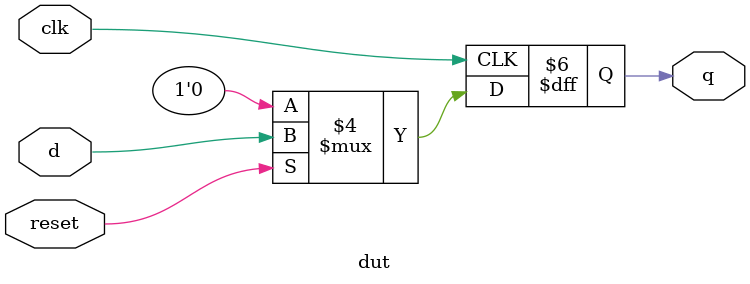
<source format=v>

`timescale 1ns/1ps
module dut (
  input wire clk,
  input wire d,
  input reset,
  output reg q
);
  always @(posedge clk) begin
    if (!reset) begin
      q <= 0;
    end else begin
      q <= d;
    end
  end
endmodule
</source>
